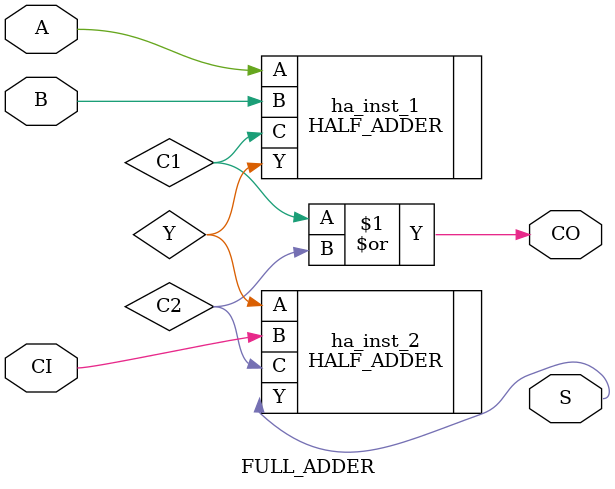
<source format=v>
`include "prj_definition.v"

module FULL_ADDER(S,CO,A,B, CI);
output S,CO;
input A,B, CI;
wire Y, C1, C2;
// for half adder
// Y = A XOR B
// C1 = A AND B

//for full adder
// S = Y XOR CI
// C2 = Y AND CI
// CO = C1 OR C2

HALF_ADDER ha_inst_1(.Y(Y), .C(C1), .A(A), .B(B));
HALF_ADDER ha_inst_2(.Y(S), .C(C2), .A(Y), .B(CI));

or or_inst1(CO, C1, C2);

endmodule

</source>
